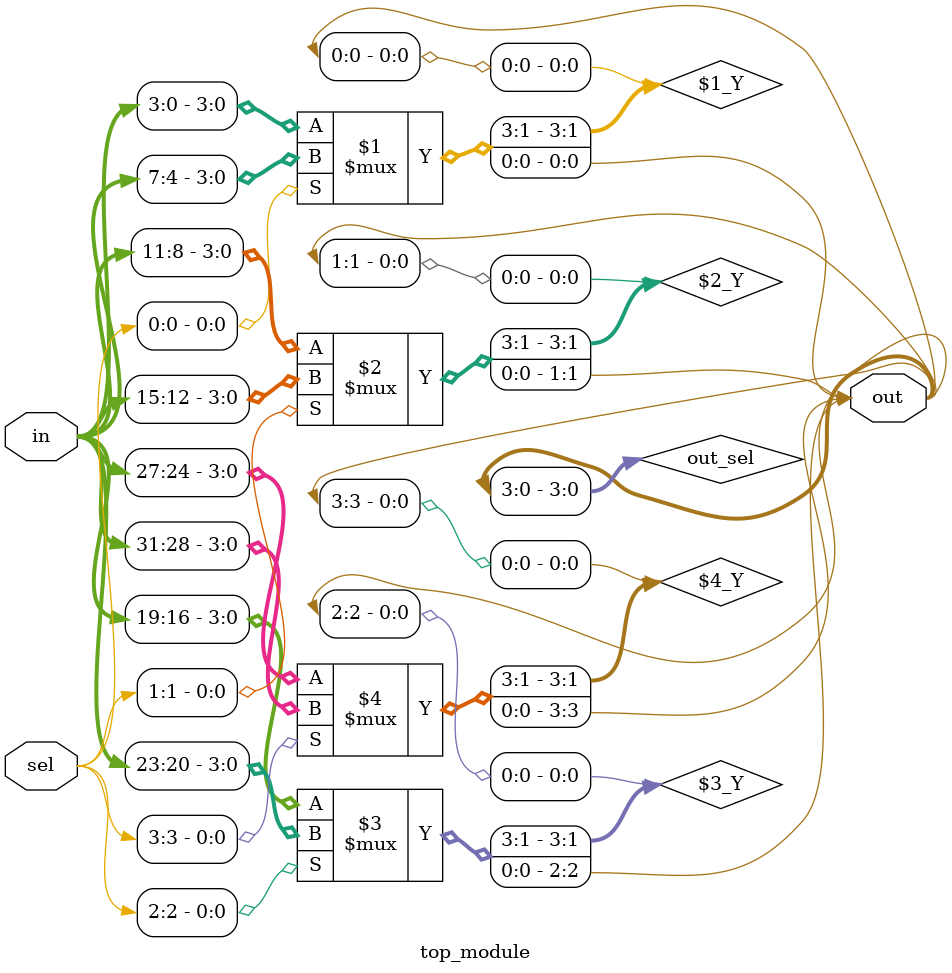
<source format=sv>
module top_module (
	input [1023:0] in,
	input [7:0] sel,
	output [3:0] out
);

    wire [255:0] out_sel;
    assign out_sel[0] = sel[0] ? in[7:4] : in[3:0];
    assign out_sel[1] = sel[1] ? in[15:12] : in[11:8];
    assign out_sel[2] = sel[2] ? in[23:20] : in[19:16];
    assign out_sel[3] = sel[3] ? in[31:28] : in[27:24];
    /* continue this pattern for all 256 4-bit inputs */

    assign out = out_sel[3:0];
    
endmodule

</source>
